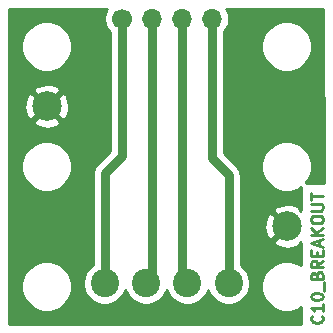
<source format=gbr>
G04 #@! TF.GenerationSoftware,KiCad,Pcbnew,5.1.5-52549c5~86~ubuntu18.04.1*
G04 #@! TF.CreationDate,2020-10-13T14:05:38-05:00*
G04 #@! TF.ProjectId,C10,4331302e-6b69-4636-9164-5f7063625858,rev?*
G04 #@! TF.SameCoordinates,Original*
G04 #@! TF.FileFunction,Copper,L1,Top*
G04 #@! TF.FilePolarity,Positive*
%FSLAX46Y46*%
G04 Gerber Fmt 4.6, Leading zero omitted, Abs format (unit mm)*
G04 Created by KiCad (PCBNEW 5.1.5-52549c5~86~ubuntu18.04.1) date 2020-10-13 14:05:38*
%MOMM*%
%LPD*%
G04 APERTURE LIST*
%ADD10C,0.250000*%
%ADD11C,2.400000*%
%ADD12O,1.700000X1.700000*%
%ADD13C,1.700000*%
%ADD14C,2.499360*%
%ADD15C,0.750000*%
%ADD16C,0.254000*%
G04 APERTURE END LIST*
D10*
X47093142Y-46616333D02*
X47140761Y-46663952D01*
X47188380Y-46806809D01*
X47188380Y-46902047D01*
X47140761Y-47044904D01*
X47045523Y-47140142D01*
X46950285Y-47187761D01*
X46759809Y-47235380D01*
X46616952Y-47235380D01*
X46426476Y-47187761D01*
X46331238Y-47140142D01*
X46236000Y-47044904D01*
X46188380Y-46902047D01*
X46188380Y-46806809D01*
X46236000Y-46663952D01*
X46283619Y-46616333D01*
X47188380Y-45663952D02*
X47188380Y-46235380D01*
X47188380Y-45949666D02*
X46188380Y-45949666D01*
X46331238Y-46044904D01*
X46426476Y-46140142D01*
X46474095Y-46235380D01*
X46188380Y-45044904D02*
X46188380Y-44949666D01*
X46236000Y-44854428D01*
X46283619Y-44806809D01*
X46378857Y-44759190D01*
X46569333Y-44711571D01*
X46807428Y-44711571D01*
X46997904Y-44759190D01*
X47093142Y-44806809D01*
X47140761Y-44854428D01*
X47188380Y-44949666D01*
X47188380Y-45044904D01*
X47140761Y-45140142D01*
X47093142Y-45187761D01*
X46997904Y-45235380D01*
X46807428Y-45283000D01*
X46569333Y-45283000D01*
X46378857Y-45235380D01*
X46283619Y-45187761D01*
X46236000Y-45140142D01*
X46188380Y-45044904D01*
X47283619Y-44521095D02*
X47283619Y-43759190D01*
X46664571Y-43187761D02*
X46712190Y-43044904D01*
X46759809Y-42997285D01*
X46855047Y-42949666D01*
X46997904Y-42949666D01*
X47093142Y-42997285D01*
X47140761Y-43044904D01*
X47188380Y-43140142D01*
X47188380Y-43521095D01*
X46188380Y-43521095D01*
X46188380Y-43187761D01*
X46236000Y-43092523D01*
X46283619Y-43044904D01*
X46378857Y-42997285D01*
X46474095Y-42997285D01*
X46569333Y-43044904D01*
X46616952Y-43092523D01*
X46664571Y-43187761D01*
X46664571Y-43521095D01*
X47188380Y-41949666D02*
X46712190Y-42283000D01*
X47188380Y-42521095D02*
X46188380Y-42521095D01*
X46188380Y-42140142D01*
X46236000Y-42044904D01*
X46283619Y-41997285D01*
X46378857Y-41949666D01*
X46521714Y-41949666D01*
X46616952Y-41997285D01*
X46664571Y-42044904D01*
X46712190Y-42140142D01*
X46712190Y-42521095D01*
X46664571Y-41521095D02*
X46664571Y-41187761D01*
X47188380Y-41044904D02*
X47188380Y-41521095D01*
X46188380Y-41521095D01*
X46188380Y-41044904D01*
X46902666Y-40663952D02*
X46902666Y-40187761D01*
X47188380Y-40759190D02*
X46188380Y-40425857D01*
X47188380Y-40092523D01*
X47188380Y-39759190D02*
X46188380Y-39759190D01*
X47188380Y-39187761D02*
X46616952Y-39616333D01*
X46188380Y-39187761D02*
X46759809Y-39759190D01*
X46188380Y-38568714D02*
X46188380Y-38378238D01*
X46236000Y-38283000D01*
X46331238Y-38187761D01*
X46521714Y-38140142D01*
X46855047Y-38140142D01*
X47045523Y-38187761D01*
X47140761Y-38283000D01*
X47188380Y-38378238D01*
X47188380Y-38568714D01*
X47140761Y-38663952D01*
X47045523Y-38759190D01*
X46855047Y-38806809D01*
X46521714Y-38806809D01*
X46331238Y-38759190D01*
X46236000Y-38663952D01*
X46188380Y-38568714D01*
X46188380Y-37711571D02*
X46997904Y-37711571D01*
X47093142Y-37663952D01*
X47140761Y-37616333D01*
X47188380Y-37521095D01*
X47188380Y-37330619D01*
X47140761Y-37235380D01*
X47093142Y-37187761D01*
X46997904Y-37140142D01*
X46188380Y-37140142D01*
X46188380Y-36806809D02*
X46188380Y-36235380D01*
X47188380Y-36521095D02*
X46188380Y-36521095D01*
D11*
X39220000Y-43865800D03*
X35720000Y-43865800D03*
X32220000Y-43865800D03*
X28720000Y-43865800D03*
D12*
X37780000Y-21463000D03*
X35240000Y-21463000D03*
X32700000Y-21463000D03*
D13*
X30160000Y-21463000D03*
D14*
X44130000Y-39050000D03*
X23810000Y-28890000D03*
D15*
X39220000Y-42168744D02*
X39217600Y-42166344D01*
X39220000Y-43865800D02*
X39220000Y-42168744D01*
X39217600Y-42166344D02*
X39217600Y-34721800D01*
X37780000Y-33284200D02*
X37780000Y-21463000D01*
X39217600Y-34721800D02*
X37780000Y-33284200D01*
X35240000Y-43385800D02*
X35720000Y-43865800D01*
X35240000Y-21463000D02*
X35240000Y-43385800D01*
X32700000Y-43385800D02*
X32220000Y-43865800D01*
X32700000Y-21463000D02*
X32700000Y-43385800D01*
X28720000Y-42168744D02*
X28727400Y-42161344D01*
X28720000Y-43865800D02*
X28720000Y-42168744D01*
X28727400Y-42161344D02*
X28727400Y-34544000D01*
X30160000Y-33111400D02*
X30160000Y-21463000D01*
X28727400Y-34544000D02*
X30160000Y-33111400D01*
D16*
G36*
X28844010Y-20759589D02*
G01*
X28732068Y-21029842D01*
X28675000Y-21316740D01*
X28675000Y-21609260D01*
X28732068Y-21896158D01*
X28844010Y-22166411D01*
X29006525Y-22409632D01*
X29150001Y-22553108D01*
X29150000Y-32693045D01*
X28048301Y-33794744D01*
X28009768Y-33826367D01*
X27978145Y-33864900D01*
X27978144Y-33864901D01*
X27883554Y-33980160D01*
X27789768Y-34155621D01*
X27732015Y-34346006D01*
X27712514Y-34544000D01*
X27717401Y-34593618D01*
X27717400Y-42044004D01*
X27705114Y-42168744D01*
X27710001Y-42218361D01*
X27710001Y-42333724D01*
X27550256Y-42440462D01*
X27294662Y-42696056D01*
X27093844Y-42996601D01*
X26955518Y-43330550D01*
X26885000Y-43685068D01*
X26885000Y-44046532D01*
X26955518Y-44401050D01*
X27093844Y-44734999D01*
X27294662Y-45035544D01*
X27550256Y-45291138D01*
X27850801Y-45491956D01*
X28184750Y-45630282D01*
X28539268Y-45700800D01*
X28900732Y-45700800D01*
X29255250Y-45630282D01*
X29589199Y-45491956D01*
X29889744Y-45291138D01*
X30145338Y-45035544D01*
X30346156Y-44734999D01*
X30470000Y-44436013D01*
X30593844Y-44734999D01*
X30794662Y-45035544D01*
X31050256Y-45291138D01*
X31350801Y-45491956D01*
X31684750Y-45630282D01*
X32039268Y-45700800D01*
X32400732Y-45700800D01*
X32755250Y-45630282D01*
X33089199Y-45491956D01*
X33389744Y-45291138D01*
X33645338Y-45035544D01*
X33846156Y-44734999D01*
X33970000Y-44436013D01*
X34093844Y-44734999D01*
X34294662Y-45035544D01*
X34550256Y-45291138D01*
X34850801Y-45491956D01*
X35184750Y-45630282D01*
X35539268Y-45700800D01*
X35900732Y-45700800D01*
X36255250Y-45630282D01*
X36589199Y-45491956D01*
X36889744Y-45291138D01*
X37145338Y-45035544D01*
X37346156Y-44734999D01*
X37470000Y-44436013D01*
X37593844Y-44734999D01*
X37794662Y-45035544D01*
X38050256Y-45291138D01*
X38350801Y-45491956D01*
X38684750Y-45630282D01*
X39039268Y-45700800D01*
X39400732Y-45700800D01*
X39755250Y-45630282D01*
X40089199Y-45491956D01*
X40389744Y-45291138D01*
X40645338Y-45035544D01*
X40846156Y-44734999D01*
X40984482Y-44401050D01*
X41055000Y-44046532D01*
X41055000Y-43685068D01*
X40984482Y-43330550D01*
X40846156Y-42996601D01*
X40645338Y-42696056D01*
X40389744Y-42440462D01*
X40230000Y-42333724D01*
X40230000Y-42218348D01*
X40234886Y-42168743D01*
X40228245Y-42101318D01*
X40227600Y-42094769D01*
X40227600Y-39102719D01*
X42236935Y-39102719D01*
X42283595Y-39471025D01*
X42401211Y-39823151D01*
X42526685Y-40057896D01*
X42816623Y-40183771D01*
X43950395Y-39050000D01*
X42816623Y-37916229D01*
X42526685Y-38042104D01*
X42360861Y-38374262D01*
X42263025Y-38732387D01*
X42236935Y-39102719D01*
X40227600Y-39102719D01*
X40227600Y-34771404D01*
X40232486Y-34721799D01*
X40219776Y-34592756D01*
X40212985Y-34523806D01*
X40155232Y-34333420D01*
X40061447Y-34157960D01*
X39935233Y-34004167D01*
X39896694Y-33972539D01*
X38790000Y-32865845D01*
X38790000Y-23599721D01*
X41995000Y-23599721D01*
X41995000Y-24020279D01*
X42077047Y-24432756D01*
X42237988Y-24821302D01*
X42471637Y-25170983D01*
X42769017Y-25468363D01*
X43118698Y-25702012D01*
X43507244Y-25862953D01*
X43919721Y-25945000D01*
X44340279Y-25945000D01*
X44752756Y-25862953D01*
X45141302Y-25702012D01*
X45490983Y-25468363D01*
X45788363Y-25170983D01*
X46022012Y-24821302D01*
X46182953Y-24432756D01*
X46265000Y-24020279D01*
X46265000Y-23599721D01*
X46182953Y-23187244D01*
X46022012Y-22798698D01*
X45788363Y-22449017D01*
X45490983Y-22151637D01*
X45141302Y-21917988D01*
X44752756Y-21757047D01*
X44340279Y-21675000D01*
X43919721Y-21675000D01*
X43507244Y-21757047D01*
X43118698Y-21917988D01*
X42769017Y-22151637D01*
X42471637Y-22449017D01*
X42237988Y-22798698D01*
X42077047Y-23187244D01*
X41995000Y-23599721D01*
X38790000Y-23599721D01*
X38790000Y-22553107D01*
X38933475Y-22409632D01*
X39095990Y-22166411D01*
X39207932Y-21896158D01*
X39265000Y-21609260D01*
X39265000Y-21316740D01*
X39207932Y-21029842D01*
X39095990Y-20759589D01*
X39029447Y-20660000D01*
X47244305Y-20660000D01*
X47272027Y-35380143D01*
X45739203Y-35380143D01*
X45788363Y-35330983D01*
X46022012Y-34981302D01*
X46182953Y-34592756D01*
X46265000Y-34180279D01*
X46265000Y-33759721D01*
X46182953Y-33347244D01*
X46022012Y-32958698D01*
X45788363Y-32609017D01*
X45490983Y-32311637D01*
X45141302Y-32077988D01*
X44752756Y-31917047D01*
X44340279Y-31835000D01*
X43919721Y-31835000D01*
X43507244Y-31917047D01*
X43118698Y-32077988D01*
X42769017Y-32311637D01*
X42471637Y-32609017D01*
X42237988Y-32958698D01*
X42077047Y-33347244D01*
X41995000Y-33759721D01*
X41995000Y-34180279D01*
X42077047Y-34592756D01*
X42237988Y-34981302D01*
X42471637Y-35330983D01*
X42769017Y-35628363D01*
X43118698Y-35862012D01*
X43507244Y-36022953D01*
X43919721Y-36105000D01*
X44340279Y-36105000D01*
X44752756Y-36022953D01*
X45141302Y-35862012D01*
X45318500Y-35743612D01*
X45318500Y-37681892D01*
X45263770Y-37736622D01*
X45137896Y-37446685D01*
X44805738Y-37280861D01*
X44447613Y-37183025D01*
X44077281Y-37156935D01*
X43708975Y-37203595D01*
X43356849Y-37321211D01*
X43122104Y-37446685D01*
X42996229Y-37736623D01*
X44130000Y-38870395D01*
X44144142Y-38856252D01*
X44323748Y-39035858D01*
X44309605Y-39050000D01*
X44323748Y-39064142D01*
X44144142Y-39243748D01*
X44130000Y-39229605D01*
X42996229Y-40363377D01*
X43122104Y-40653315D01*
X43454262Y-40819139D01*
X43812387Y-40916975D01*
X44182719Y-40943065D01*
X44551025Y-40896405D01*
X44903151Y-40778789D01*
X45137896Y-40653315D01*
X45263770Y-40363378D01*
X45318500Y-40418108D01*
X45318500Y-42356388D01*
X45141302Y-42237988D01*
X44752756Y-42077047D01*
X44340279Y-41995000D01*
X43919721Y-41995000D01*
X43507244Y-42077047D01*
X43118698Y-42237988D01*
X42769017Y-42471637D01*
X42471637Y-42769017D01*
X42237988Y-43118698D01*
X42077047Y-43507244D01*
X41995000Y-43919721D01*
X41995000Y-44340279D01*
X42077047Y-44752756D01*
X42237988Y-45141302D01*
X42471637Y-45490983D01*
X42769017Y-45788363D01*
X43118698Y-46022012D01*
X43507244Y-46182953D01*
X43919721Y-46265000D01*
X44340279Y-46265000D01*
X44752756Y-46182953D01*
X45141302Y-46022012D01*
X45318500Y-45903612D01*
X45318500Y-47280000D01*
X20660000Y-47280000D01*
X20660000Y-43919721D01*
X21675000Y-43919721D01*
X21675000Y-44340279D01*
X21757047Y-44752756D01*
X21917988Y-45141302D01*
X22151637Y-45490983D01*
X22449017Y-45788363D01*
X22798698Y-46022012D01*
X23187244Y-46182953D01*
X23599721Y-46265000D01*
X24020279Y-46265000D01*
X24432756Y-46182953D01*
X24821302Y-46022012D01*
X25170983Y-45788363D01*
X25468363Y-45490983D01*
X25702012Y-45141302D01*
X25862953Y-44752756D01*
X25945000Y-44340279D01*
X25945000Y-43919721D01*
X25862953Y-43507244D01*
X25702012Y-43118698D01*
X25468363Y-42769017D01*
X25170983Y-42471637D01*
X24821302Y-42237988D01*
X24432756Y-42077047D01*
X24020279Y-41995000D01*
X23599721Y-41995000D01*
X23187244Y-42077047D01*
X22798698Y-42237988D01*
X22449017Y-42471637D01*
X22151637Y-42769017D01*
X21917988Y-43118698D01*
X21757047Y-43507244D01*
X21675000Y-43919721D01*
X20660000Y-43919721D01*
X20660000Y-33759721D01*
X21675000Y-33759721D01*
X21675000Y-34180279D01*
X21757047Y-34592756D01*
X21917988Y-34981302D01*
X22151637Y-35330983D01*
X22449017Y-35628363D01*
X22798698Y-35862012D01*
X23187244Y-36022953D01*
X23599721Y-36105000D01*
X24020279Y-36105000D01*
X24432756Y-36022953D01*
X24821302Y-35862012D01*
X25170983Y-35628363D01*
X25468363Y-35330983D01*
X25702012Y-34981302D01*
X25862953Y-34592756D01*
X25945000Y-34180279D01*
X25945000Y-33759721D01*
X25862953Y-33347244D01*
X25702012Y-32958698D01*
X25468363Y-32609017D01*
X25170983Y-32311637D01*
X24821302Y-32077988D01*
X24432756Y-31917047D01*
X24020279Y-31835000D01*
X23599721Y-31835000D01*
X23187244Y-31917047D01*
X22798698Y-32077988D01*
X22449017Y-32311637D01*
X22151637Y-32609017D01*
X21917988Y-32958698D01*
X21757047Y-33347244D01*
X21675000Y-33759721D01*
X20660000Y-33759721D01*
X20660000Y-30203377D01*
X22676229Y-30203377D01*
X22802104Y-30493315D01*
X23134262Y-30659139D01*
X23492387Y-30756975D01*
X23862719Y-30783065D01*
X24231025Y-30736405D01*
X24583151Y-30618789D01*
X24817896Y-30493315D01*
X24943771Y-30203377D01*
X23810000Y-29069605D01*
X22676229Y-30203377D01*
X20660000Y-30203377D01*
X20660000Y-28942719D01*
X21916935Y-28942719D01*
X21963595Y-29311025D01*
X22081211Y-29663151D01*
X22206685Y-29897896D01*
X22496623Y-30023771D01*
X23630395Y-28890000D01*
X23989605Y-28890000D01*
X25123377Y-30023771D01*
X25413315Y-29897896D01*
X25579139Y-29565738D01*
X25676975Y-29207613D01*
X25703065Y-28837281D01*
X25656405Y-28468975D01*
X25538789Y-28116849D01*
X25413315Y-27882104D01*
X25123377Y-27756229D01*
X23989605Y-28890000D01*
X23630395Y-28890000D01*
X22496623Y-27756229D01*
X22206685Y-27882104D01*
X22040861Y-28214262D01*
X21943025Y-28572387D01*
X21916935Y-28942719D01*
X20660000Y-28942719D01*
X20660000Y-27576623D01*
X22676229Y-27576623D01*
X23810000Y-28710395D01*
X24943771Y-27576623D01*
X24817896Y-27286685D01*
X24485738Y-27120861D01*
X24127613Y-27023025D01*
X23757281Y-26996935D01*
X23388975Y-27043595D01*
X23036849Y-27161211D01*
X22802104Y-27286685D01*
X22676229Y-27576623D01*
X20660000Y-27576623D01*
X20660000Y-23599721D01*
X21675000Y-23599721D01*
X21675000Y-24020279D01*
X21757047Y-24432756D01*
X21917988Y-24821302D01*
X22151637Y-25170983D01*
X22449017Y-25468363D01*
X22798698Y-25702012D01*
X23187244Y-25862953D01*
X23599721Y-25945000D01*
X24020279Y-25945000D01*
X24432756Y-25862953D01*
X24821302Y-25702012D01*
X25170983Y-25468363D01*
X25468363Y-25170983D01*
X25702012Y-24821302D01*
X25862953Y-24432756D01*
X25945000Y-24020279D01*
X25945000Y-23599721D01*
X25862953Y-23187244D01*
X25702012Y-22798698D01*
X25468363Y-22449017D01*
X25170983Y-22151637D01*
X24821302Y-21917988D01*
X24432756Y-21757047D01*
X24020279Y-21675000D01*
X23599721Y-21675000D01*
X23187244Y-21757047D01*
X22798698Y-21917988D01*
X22449017Y-22151637D01*
X22151637Y-22449017D01*
X21917988Y-22798698D01*
X21757047Y-23187244D01*
X21675000Y-23599721D01*
X20660000Y-23599721D01*
X20660000Y-20675342D01*
X28768054Y-20660000D01*
X28910553Y-20660000D01*
X28844010Y-20759589D01*
G37*
X28844010Y-20759589D02*
X28732068Y-21029842D01*
X28675000Y-21316740D01*
X28675000Y-21609260D01*
X28732068Y-21896158D01*
X28844010Y-22166411D01*
X29006525Y-22409632D01*
X29150001Y-22553108D01*
X29150000Y-32693045D01*
X28048301Y-33794744D01*
X28009768Y-33826367D01*
X27978145Y-33864900D01*
X27978144Y-33864901D01*
X27883554Y-33980160D01*
X27789768Y-34155621D01*
X27732015Y-34346006D01*
X27712514Y-34544000D01*
X27717401Y-34593618D01*
X27717400Y-42044004D01*
X27705114Y-42168744D01*
X27710001Y-42218361D01*
X27710001Y-42333724D01*
X27550256Y-42440462D01*
X27294662Y-42696056D01*
X27093844Y-42996601D01*
X26955518Y-43330550D01*
X26885000Y-43685068D01*
X26885000Y-44046532D01*
X26955518Y-44401050D01*
X27093844Y-44734999D01*
X27294662Y-45035544D01*
X27550256Y-45291138D01*
X27850801Y-45491956D01*
X28184750Y-45630282D01*
X28539268Y-45700800D01*
X28900732Y-45700800D01*
X29255250Y-45630282D01*
X29589199Y-45491956D01*
X29889744Y-45291138D01*
X30145338Y-45035544D01*
X30346156Y-44734999D01*
X30470000Y-44436013D01*
X30593844Y-44734999D01*
X30794662Y-45035544D01*
X31050256Y-45291138D01*
X31350801Y-45491956D01*
X31684750Y-45630282D01*
X32039268Y-45700800D01*
X32400732Y-45700800D01*
X32755250Y-45630282D01*
X33089199Y-45491956D01*
X33389744Y-45291138D01*
X33645338Y-45035544D01*
X33846156Y-44734999D01*
X33970000Y-44436013D01*
X34093844Y-44734999D01*
X34294662Y-45035544D01*
X34550256Y-45291138D01*
X34850801Y-45491956D01*
X35184750Y-45630282D01*
X35539268Y-45700800D01*
X35900732Y-45700800D01*
X36255250Y-45630282D01*
X36589199Y-45491956D01*
X36889744Y-45291138D01*
X37145338Y-45035544D01*
X37346156Y-44734999D01*
X37470000Y-44436013D01*
X37593844Y-44734999D01*
X37794662Y-45035544D01*
X38050256Y-45291138D01*
X38350801Y-45491956D01*
X38684750Y-45630282D01*
X39039268Y-45700800D01*
X39400732Y-45700800D01*
X39755250Y-45630282D01*
X40089199Y-45491956D01*
X40389744Y-45291138D01*
X40645338Y-45035544D01*
X40846156Y-44734999D01*
X40984482Y-44401050D01*
X41055000Y-44046532D01*
X41055000Y-43685068D01*
X40984482Y-43330550D01*
X40846156Y-42996601D01*
X40645338Y-42696056D01*
X40389744Y-42440462D01*
X40230000Y-42333724D01*
X40230000Y-42218348D01*
X40234886Y-42168743D01*
X40228245Y-42101318D01*
X40227600Y-42094769D01*
X40227600Y-39102719D01*
X42236935Y-39102719D01*
X42283595Y-39471025D01*
X42401211Y-39823151D01*
X42526685Y-40057896D01*
X42816623Y-40183771D01*
X43950395Y-39050000D01*
X42816623Y-37916229D01*
X42526685Y-38042104D01*
X42360861Y-38374262D01*
X42263025Y-38732387D01*
X42236935Y-39102719D01*
X40227600Y-39102719D01*
X40227600Y-34771404D01*
X40232486Y-34721799D01*
X40219776Y-34592756D01*
X40212985Y-34523806D01*
X40155232Y-34333420D01*
X40061447Y-34157960D01*
X39935233Y-34004167D01*
X39896694Y-33972539D01*
X38790000Y-32865845D01*
X38790000Y-23599721D01*
X41995000Y-23599721D01*
X41995000Y-24020279D01*
X42077047Y-24432756D01*
X42237988Y-24821302D01*
X42471637Y-25170983D01*
X42769017Y-25468363D01*
X43118698Y-25702012D01*
X43507244Y-25862953D01*
X43919721Y-25945000D01*
X44340279Y-25945000D01*
X44752756Y-25862953D01*
X45141302Y-25702012D01*
X45490983Y-25468363D01*
X45788363Y-25170983D01*
X46022012Y-24821302D01*
X46182953Y-24432756D01*
X46265000Y-24020279D01*
X46265000Y-23599721D01*
X46182953Y-23187244D01*
X46022012Y-22798698D01*
X45788363Y-22449017D01*
X45490983Y-22151637D01*
X45141302Y-21917988D01*
X44752756Y-21757047D01*
X44340279Y-21675000D01*
X43919721Y-21675000D01*
X43507244Y-21757047D01*
X43118698Y-21917988D01*
X42769017Y-22151637D01*
X42471637Y-22449017D01*
X42237988Y-22798698D01*
X42077047Y-23187244D01*
X41995000Y-23599721D01*
X38790000Y-23599721D01*
X38790000Y-22553107D01*
X38933475Y-22409632D01*
X39095990Y-22166411D01*
X39207932Y-21896158D01*
X39265000Y-21609260D01*
X39265000Y-21316740D01*
X39207932Y-21029842D01*
X39095990Y-20759589D01*
X39029447Y-20660000D01*
X47244305Y-20660000D01*
X47272027Y-35380143D01*
X45739203Y-35380143D01*
X45788363Y-35330983D01*
X46022012Y-34981302D01*
X46182953Y-34592756D01*
X46265000Y-34180279D01*
X46265000Y-33759721D01*
X46182953Y-33347244D01*
X46022012Y-32958698D01*
X45788363Y-32609017D01*
X45490983Y-32311637D01*
X45141302Y-32077988D01*
X44752756Y-31917047D01*
X44340279Y-31835000D01*
X43919721Y-31835000D01*
X43507244Y-31917047D01*
X43118698Y-32077988D01*
X42769017Y-32311637D01*
X42471637Y-32609017D01*
X42237988Y-32958698D01*
X42077047Y-33347244D01*
X41995000Y-33759721D01*
X41995000Y-34180279D01*
X42077047Y-34592756D01*
X42237988Y-34981302D01*
X42471637Y-35330983D01*
X42769017Y-35628363D01*
X43118698Y-35862012D01*
X43507244Y-36022953D01*
X43919721Y-36105000D01*
X44340279Y-36105000D01*
X44752756Y-36022953D01*
X45141302Y-35862012D01*
X45318500Y-35743612D01*
X45318500Y-37681892D01*
X45263770Y-37736622D01*
X45137896Y-37446685D01*
X44805738Y-37280861D01*
X44447613Y-37183025D01*
X44077281Y-37156935D01*
X43708975Y-37203595D01*
X43356849Y-37321211D01*
X43122104Y-37446685D01*
X42996229Y-37736623D01*
X44130000Y-38870395D01*
X44144142Y-38856252D01*
X44323748Y-39035858D01*
X44309605Y-39050000D01*
X44323748Y-39064142D01*
X44144142Y-39243748D01*
X44130000Y-39229605D01*
X42996229Y-40363377D01*
X43122104Y-40653315D01*
X43454262Y-40819139D01*
X43812387Y-40916975D01*
X44182719Y-40943065D01*
X44551025Y-40896405D01*
X44903151Y-40778789D01*
X45137896Y-40653315D01*
X45263770Y-40363378D01*
X45318500Y-40418108D01*
X45318500Y-42356388D01*
X45141302Y-42237988D01*
X44752756Y-42077047D01*
X44340279Y-41995000D01*
X43919721Y-41995000D01*
X43507244Y-42077047D01*
X43118698Y-42237988D01*
X42769017Y-42471637D01*
X42471637Y-42769017D01*
X42237988Y-43118698D01*
X42077047Y-43507244D01*
X41995000Y-43919721D01*
X41995000Y-44340279D01*
X42077047Y-44752756D01*
X42237988Y-45141302D01*
X42471637Y-45490983D01*
X42769017Y-45788363D01*
X43118698Y-46022012D01*
X43507244Y-46182953D01*
X43919721Y-46265000D01*
X44340279Y-46265000D01*
X44752756Y-46182953D01*
X45141302Y-46022012D01*
X45318500Y-45903612D01*
X45318500Y-47280000D01*
X20660000Y-47280000D01*
X20660000Y-43919721D01*
X21675000Y-43919721D01*
X21675000Y-44340279D01*
X21757047Y-44752756D01*
X21917988Y-45141302D01*
X22151637Y-45490983D01*
X22449017Y-45788363D01*
X22798698Y-46022012D01*
X23187244Y-46182953D01*
X23599721Y-46265000D01*
X24020279Y-46265000D01*
X24432756Y-46182953D01*
X24821302Y-46022012D01*
X25170983Y-45788363D01*
X25468363Y-45490983D01*
X25702012Y-45141302D01*
X25862953Y-44752756D01*
X25945000Y-44340279D01*
X25945000Y-43919721D01*
X25862953Y-43507244D01*
X25702012Y-43118698D01*
X25468363Y-42769017D01*
X25170983Y-42471637D01*
X24821302Y-42237988D01*
X24432756Y-42077047D01*
X24020279Y-41995000D01*
X23599721Y-41995000D01*
X23187244Y-42077047D01*
X22798698Y-42237988D01*
X22449017Y-42471637D01*
X22151637Y-42769017D01*
X21917988Y-43118698D01*
X21757047Y-43507244D01*
X21675000Y-43919721D01*
X20660000Y-43919721D01*
X20660000Y-33759721D01*
X21675000Y-33759721D01*
X21675000Y-34180279D01*
X21757047Y-34592756D01*
X21917988Y-34981302D01*
X22151637Y-35330983D01*
X22449017Y-35628363D01*
X22798698Y-35862012D01*
X23187244Y-36022953D01*
X23599721Y-36105000D01*
X24020279Y-36105000D01*
X24432756Y-36022953D01*
X24821302Y-35862012D01*
X25170983Y-35628363D01*
X25468363Y-35330983D01*
X25702012Y-34981302D01*
X25862953Y-34592756D01*
X25945000Y-34180279D01*
X25945000Y-33759721D01*
X25862953Y-33347244D01*
X25702012Y-32958698D01*
X25468363Y-32609017D01*
X25170983Y-32311637D01*
X24821302Y-32077988D01*
X24432756Y-31917047D01*
X24020279Y-31835000D01*
X23599721Y-31835000D01*
X23187244Y-31917047D01*
X22798698Y-32077988D01*
X22449017Y-32311637D01*
X22151637Y-32609017D01*
X21917988Y-32958698D01*
X21757047Y-33347244D01*
X21675000Y-33759721D01*
X20660000Y-33759721D01*
X20660000Y-30203377D01*
X22676229Y-30203377D01*
X22802104Y-30493315D01*
X23134262Y-30659139D01*
X23492387Y-30756975D01*
X23862719Y-30783065D01*
X24231025Y-30736405D01*
X24583151Y-30618789D01*
X24817896Y-30493315D01*
X24943771Y-30203377D01*
X23810000Y-29069605D01*
X22676229Y-30203377D01*
X20660000Y-30203377D01*
X20660000Y-28942719D01*
X21916935Y-28942719D01*
X21963595Y-29311025D01*
X22081211Y-29663151D01*
X22206685Y-29897896D01*
X22496623Y-30023771D01*
X23630395Y-28890000D01*
X23989605Y-28890000D01*
X25123377Y-30023771D01*
X25413315Y-29897896D01*
X25579139Y-29565738D01*
X25676975Y-29207613D01*
X25703065Y-28837281D01*
X25656405Y-28468975D01*
X25538789Y-28116849D01*
X25413315Y-27882104D01*
X25123377Y-27756229D01*
X23989605Y-28890000D01*
X23630395Y-28890000D01*
X22496623Y-27756229D01*
X22206685Y-27882104D01*
X22040861Y-28214262D01*
X21943025Y-28572387D01*
X21916935Y-28942719D01*
X20660000Y-28942719D01*
X20660000Y-27576623D01*
X22676229Y-27576623D01*
X23810000Y-28710395D01*
X24943771Y-27576623D01*
X24817896Y-27286685D01*
X24485738Y-27120861D01*
X24127613Y-27023025D01*
X23757281Y-26996935D01*
X23388975Y-27043595D01*
X23036849Y-27161211D01*
X22802104Y-27286685D01*
X22676229Y-27576623D01*
X20660000Y-27576623D01*
X20660000Y-23599721D01*
X21675000Y-23599721D01*
X21675000Y-24020279D01*
X21757047Y-24432756D01*
X21917988Y-24821302D01*
X22151637Y-25170983D01*
X22449017Y-25468363D01*
X22798698Y-25702012D01*
X23187244Y-25862953D01*
X23599721Y-25945000D01*
X24020279Y-25945000D01*
X24432756Y-25862953D01*
X24821302Y-25702012D01*
X25170983Y-25468363D01*
X25468363Y-25170983D01*
X25702012Y-24821302D01*
X25862953Y-24432756D01*
X25945000Y-24020279D01*
X25945000Y-23599721D01*
X25862953Y-23187244D01*
X25702012Y-22798698D01*
X25468363Y-22449017D01*
X25170983Y-22151637D01*
X24821302Y-21917988D01*
X24432756Y-21757047D01*
X24020279Y-21675000D01*
X23599721Y-21675000D01*
X23187244Y-21757047D01*
X22798698Y-21917988D01*
X22449017Y-22151637D01*
X22151637Y-22449017D01*
X21917988Y-22798698D01*
X21757047Y-23187244D01*
X21675000Y-23599721D01*
X20660000Y-23599721D01*
X20660000Y-20675342D01*
X28768054Y-20660000D01*
X28910553Y-20660000D01*
X28844010Y-20759589D01*
M02*

</source>
